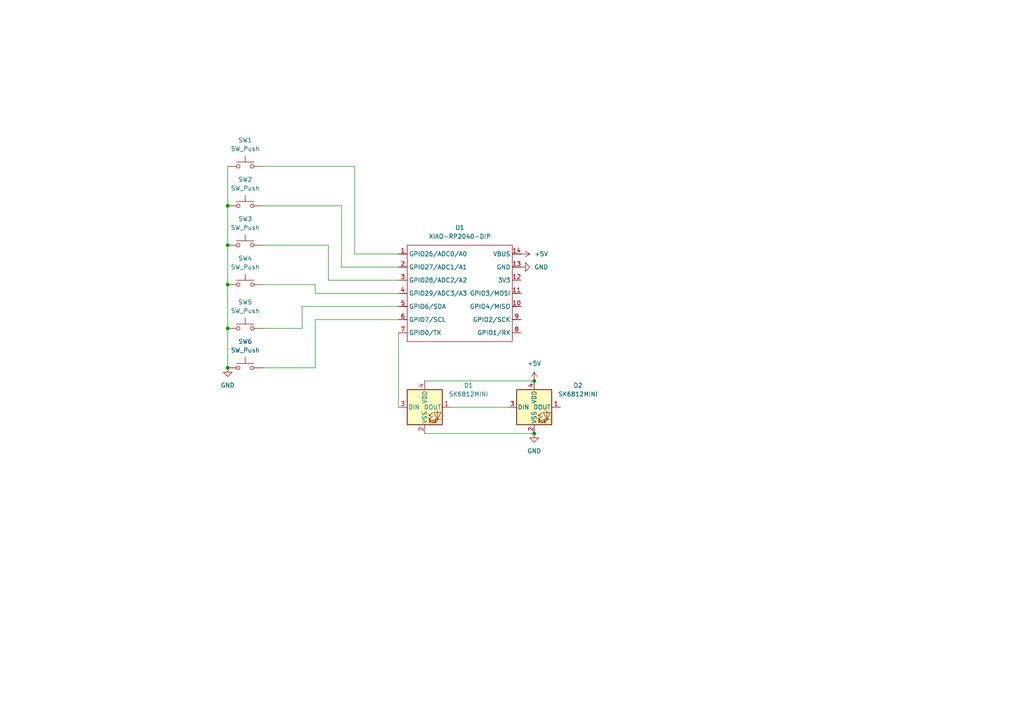
<source format=kicad_sch>
(kicad_sch
	(version 20231120)
	(generator "eeschema")
	(generator_version "8.0")
	(uuid "4bca8b49-efd3-489e-87e0-a6ea6922e821")
	(paper "A4")
	(lib_symbols
		(symbol "LED:SK6812MINI"
			(pin_names
				(offset 0.254)
			)
			(exclude_from_sim no)
			(in_bom yes)
			(on_board yes)
			(property "Reference" "D"
				(at 5.08 5.715 0)
				(effects
					(font
						(size 1.27 1.27)
					)
					(justify right bottom)
				)
			)
			(property "Value" "SK6812MINI"
				(at 1.27 -5.715 0)
				(effects
					(font
						(size 1.27 1.27)
					)
					(justify left top)
				)
			)
			(property "Footprint" "LED_SMD:LED_SK6812MINI_PLCC4_3.5x3.5mm_P1.75mm"
				(at 1.27 -7.62 0)
				(effects
					(font
						(size 1.27 1.27)
					)
					(justify left top)
					(hide yes)
				)
			)
			(property "Datasheet" "https://cdn-shop.adafruit.com/product-files/2686/SK6812MINI_REV.01-1-2.pdf"
				(at 2.54 -9.525 0)
				(effects
					(font
						(size 1.27 1.27)
					)
					(justify left top)
					(hide yes)
				)
			)
			(property "Description" "RGB LED with integrated controller"
				(at 0 0 0)
				(effects
					(font
						(size 1.27 1.27)
					)
					(hide yes)
				)
			)
			(property "ki_keywords" "RGB LED NeoPixel Mini addressable"
				(at 0 0 0)
				(effects
					(font
						(size 1.27 1.27)
					)
					(hide yes)
				)
			)
			(property "ki_fp_filters" "LED*SK6812MINI*PLCC*3.5x3.5mm*P1.75mm*"
				(at 0 0 0)
				(effects
					(font
						(size 1.27 1.27)
					)
					(hide yes)
				)
			)
			(symbol "SK6812MINI_0_0"
				(text "RGB"
					(at 2.286 -4.191 0)
					(effects
						(font
							(size 0.762 0.762)
						)
					)
				)
			)
			(symbol "SK6812MINI_0_1"
				(polyline
					(pts
						(xy 1.27 -3.556) (xy 1.778 -3.556)
					)
					(stroke
						(width 0)
						(type default)
					)
					(fill
						(type none)
					)
				)
				(polyline
					(pts
						(xy 1.27 -2.54) (xy 1.778 -2.54)
					)
					(stroke
						(width 0)
						(type default)
					)
					(fill
						(type none)
					)
				)
				(polyline
					(pts
						(xy 4.699 -3.556) (xy 2.667 -3.556)
					)
					(stroke
						(width 0)
						(type default)
					)
					(fill
						(type none)
					)
				)
				(polyline
					(pts
						(xy 2.286 -2.54) (xy 1.27 -3.556) (xy 1.27 -3.048)
					)
					(stroke
						(width 0)
						(type default)
					)
					(fill
						(type none)
					)
				)
				(polyline
					(pts
						(xy 2.286 -1.524) (xy 1.27 -2.54) (xy 1.27 -2.032)
					)
					(stroke
						(width 0)
						(type default)
					)
					(fill
						(type none)
					)
				)
				(polyline
					(pts
						(xy 3.683 -1.016) (xy 3.683 -3.556) (xy 3.683 -4.064)
					)
					(stroke
						(width 0)
						(type default)
					)
					(fill
						(type none)
					)
				)
				(polyline
					(pts
						(xy 4.699 -1.524) (xy 2.667 -1.524) (xy 3.683 -3.556) (xy 4.699 -1.524)
					)
					(stroke
						(width 0)
						(type default)
					)
					(fill
						(type none)
					)
				)
				(rectangle
					(start 5.08 5.08)
					(end -5.08 -5.08)
					(stroke
						(width 0.254)
						(type default)
					)
					(fill
						(type background)
					)
				)
			)
			(symbol "SK6812MINI_1_1"
				(pin output line
					(at 7.62 0 180)
					(length 2.54)
					(name "DOUT"
						(effects
							(font
								(size 1.27 1.27)
							)
						)
					)
					(number "1"
						(effects
							(font
								(size 1.27 1.27)
							)
						)
					)
				)
				(pin power_in line
					(at 0 -7.62 90)
					(length 2.54)
					(name "VSS"
						(effects
							(font
								(size 1.27 1.27)
							)
						)
					)
					(number "2"
						(effects
							(font
								(size 1.27 1.27)
							)
						)
					)
				)
				(pin input line
					(at -7.62 0 0)
					(length 2.54)
					(name "DIN"
						(effects
							(font
								(size 1.27 1.27)
							)
						)
					)
					(number "3"
						(effects
							(font
								(size 1.27 1.27)
							)
						)
					)
				)
				(pin power_in line
					(at 0 7.62 270)
					(length 2.54)
					(name "VDD"
						(effects
							(font
								(size 1.27 1.27)
							)
						)
					)
					(number "4"
						(effects
							(font
								(size 1.27 1.27)
							)
						)
					)
				)
			)
		)
		(symbol "OPL:XIAO-RP2040-DIP"
			(exclude_from_sim no)
			(in_bom yes)
			(on_board yes)
			(property "Reference" "U"
				(at 0 0 0)
				(effects
					(font
						(size 1.27 1.27)
					)
				)
			)
			(property "Value" "XIAO-RP2040-DIP"
				(at 5.334 -1.778 0)
				(effects
					(font
						(size 1.27 1.27)
					)
				)
			)
			(property "Footprint" "Module:MOUDLE14P-XIAO-DIP-SMD"
				(at 14.478 -32.258 0)
				(effects
					(font
						(size 1.27 1.27)
					)
					(hide yes)
				)
			)
			(property "Datasheet" ""
				(at 0 0 0)
				(effects
					(font
						(size 1.27 1.27)
					)
					(hide yes)
				)
			)
			(property "Description" ""
				(at 0 0 0)
				(effects
					(font
						(size 1.27 1.27)
					)
					(hide yes)
				)
			)
			(symbol "XIAO-RP2040-DIP_1_0"
				(polyline
					(pts
						(xy -1.27 -30.48) (xy -1.27 -16.51)
					)
					(stroke
						(width 0.1524)
						(type solid)
					)
					(fill
						(type none)
					)
				)
				(polyline
					(pts
						(xy -1.27 -27.94) (xy -2.54 -27.94)
					)
					(stroke
						(width 0.1524)
						(type solid)
					)
					(fill
						(type none)
					)
				)
				(polyline
					(pts
						(xy -1.27 -24.13) (xy -2.54 -24.13)
					)
					(stroke
						(width 0.1524)
						(type solid)
					)
					(fill
						(type none)
					)
				)
				(polyline
					(pts
						(xy -1.27 -20.32) (xy -2.54 -20.32)
					)
					(stroke
						(width 0.1524)
						(type solid)
					)
					(fill
						(type none)
					)
				)
				(polyline
					(pts
						(xy -1.27 -16.51) (xy -2.54 -16.51)
					)
					(stroke
						(width 0.1524)
						(type solid)
					)
					(fill
						(type none)
					)
				)
				(polyline
					(pts
						(xy -1.27 -16.51) (xy -1.27 -12.7)
					)
					(stroke
						(width 0.1524)
						(type solid)
					)
					(fill
						(type none)
					)
				)
				(polyline
					(pts
						(xy -1.27 -12.7) (xy -2.54 -12.7)
					)
					(stroke
						(width 0.1524)
						(type solid)
					)
					(fill
						(type none)
					)
				)
				(polyline
					(pts
						(xy -1.27 -12.7) (xy -1.27 -8.89)
					)
					(stroke
						(width 0.1524)
						(type solid)
					)
					(fill
						(type none)
					)
				)
				(polyline
					(pts
						(xy -1.27 -8.89) (xy -2.54 -8.89)
					)
					(stroke
						(width 0.1524)
						(type solid)
					)
					(fill
						(type none)
					)
				)
				(polyline
					(pts
						(xy -1.27 -8.89) (xy -1.27 -5.08)
					)
					(stroke
						(width 0.1524)
						(type solid)
					)
					(fill
						(type none)
					)
				)
				(polyline
					(pts
						(xy -1.27 -5.08) (xy -2.54 -5.08)
					)
					(stroke
						(width 0.1524)
						(type solid)
					)
					(fill
						(type none)
					)
				)
				(polyline
					(pts
						(xy -1.27 -5.08) (xy -1.27 -2.54)
					)
					(stroke
						(width 0.1524)
						(type solid)
					)
					(fill
						(type none)
					)
				)
				(polyline
					(pts
						(xy -1.27 -2.54) (xy 29.21 -2.54)
					)
					(stroke
						(width 0.1524)
						(type solid)
					)
					(fill
						(type none)
					)
				)
				(polyline
					(pts
						(xy 29.21 -30.48) (xy -1.27 -30.48)
					)
					(stroke
						(width 0.1524)
						(type solid)
					)
					(fill
						(type none)
					)
				)
				(polyline
					(pts
						(xy 29.21 -12.7) (xy 29.21 -30.48)
					)
					(stroke
						(width 0.1524)
						(type solid)
					)
					(fill
						(type none)
					)
				)
				(polyline
					(pts
						(xy 29.21 -8.89) (xy 29.21 -12.7)
					)
					(stroke
						(width 0.1524)
						(type solid)
					)
					(fill
						(type none)
					)
				)
				(polyline
					(pts
						(xy 29.21 -5.08) (xy 29.21 -8.89)
					)
					(stroke
						(width 0.1524)
						(type solid)
					)
					(fill
						(type none)
					)
				)
				(polyline
					(pts
						(xy 29.21 -2.54) (xy 29.21 -5.08)
					)
					(stroke
						(width 0.1524)
						(type solid)
					)
					(fill
						(type none)
					)
				)
				(polyline
					(pts
						(xy 30.48 -27.94) (xy 29.21 -27.94)
					)
					(stroke
						(width 0.1524)
						(type solid)
					)
					(fill
						(type none)
					)
				)
				(polyline
					(pts
						(xy 30.48 -24.13) (xy 29.21 -24.13)
					)
					(stroke
						(width 0.1524)
						(type solid)
					)
					(fill
						(type none)
					)
				)
				(polyline
					(pts
						(xy 30.48 -20.32) (xy 29.21 -20.32)
					)
					(stroke
						(width 0.1524)
						(type solid)
					)
					(fill
						(type none)
					)
				)
				(polyline
					(pts
						(xy 30.48 -16.51) (xy 29.21 -16.51)
					)
					(stroke
						(width 0.1524)
						(type solid)
					)
					(fill
						(type none)
					)
				)
				(polyline
					(pts
						(xy 30.48 -12.7) (xy 29.21 -12.7)
					)
					(stroke
						(width 0.1524)
						(type solid)
					)
					(fill
						(type none)
					)
				)
				(polyline
					(pts
						(xy 30.48 -8.89) (xy 29.21 -8.89)
					)
					(stroke
						(width 0.1524)
						(type solid)
					)
					(fill
						(type none)
					)
				)
				(polyline
					(pts
						(xy 30.48 -5.08) (xy 29.21 -5.08)
					)
					(stroke
						(width 0.1524)
						(type solid)
					)
					(fill
						(type none)
					)
				)
				(pin passive line
					(at -3.81 -5.08 0)
					(length 2.54)
					(name "GPIO26/ADC0/A0"
						(effects
							(font
								(size 1.27 1.27)
							)
						)
					)
					(number "1"
						(effects
							(font
								(size 1.27 1.27)
							)
						)
					)
				)
				(pin passive line
					(at 31.75 -20.32 180)
					(length 2.54)
					(name "GPIO4/MISO"
						(effects
							(font
								(size 1.27 1.27)
							)
						)
					)
					(number "10"
						(effects
							(font
								(size 1.27 1.27)
							)
						)
					)
				)
				(pin passive line
					(at 31.75 -16.51 180)
					(length 2.54)
					(name "GPIO3/MOSI"
						(effects
							(font
								(size 1.27 1.27)
							)
						)
					)
					(number "11"
						(effects
							(font
								(size 1.27 1.27)
							)
						)
					)
				)
				(pin passive line
					(at 31.75 -12.7 180)
					(length 2.54)
					(name "3V3"
						(effects
							(font
								(size 1.27 1.27)
							)
						)
					)
					(number "12"
						(effects
							(font
								(size 1.27 1.27)
							)
						)
					)
				)
				(pin passive line
					(at 31.75 -8.89 180)
					(length 2.54)
					(name "GND"
						(effects
							(font
								(size 1.27 1.27)
							)
						)
					)
					(number "13"
						(effects
							(font
								(size 1.27 1.27)
							)
						)
					)
				)
				(pin passive line
					(at 31.75 -5.08 180)
					(length 2.54)
					(name "VBUS"
						(effects
							(font
								(size 1.27 1.27)
							)
						)
					)
					(number "14"
						(effects
							(font
								(size 1.27 1.27)
							)
						)
					)
				)
				(pin passive line
					(at -3.81 -8.89 0)
					(length 2.54)
					(name "GPIO27/ADC1/A1"
						(effects
							(font
								(size 1.27 1.27)
							)
						)
					)
					(number "2"
						(effects
							(font
								(size 1.27 1.27)
							)
						)
					)
				)
				(pin passive line
					(at -3.81 -12.7 0)
					(length 2.54)
					(name "GPIO28/ADC2/A2"
						(effects
							(font
								(size 1.27 1.27)
							)
						)
					)
					(number "3"
						(effects
							(font
								(size 1.27 1.27)
							)
						)
					)
				)
				(pin passive line
					(at -3.81 -16.51 0)
					(length 2.54)
					(name "GPIO29/ADC3/A3"
						(effects
							(font
								(size 1.27 1.27)
							)
						)
					)
					(number "4"
						(effects
							(font
								(size 1.27 1.27)
							)
						)
					)
				)
				(pin passive line
					(at -3.81 -20.32 0)
					(length 2.54)
					(name "GPIO6/SDA"
						(effects
							(font
								(size 1.27 1.27)
							)
						)
					)
					(number "5"
						(effects
							(font
								(size 1.27 1.27)
							)
						)
					)
				)
				(pin passive line
					(at -3.81 -24.13 0)
					(length 2.54)
					(name "GPIO7/SCL"
						(effects
							(font
								(size 1.27 1.27)
							)
						)
					)
					(number "6"
						(effects
							(font
								(size 1.27 1.27)
							)
						)
					)
				)
				(pin passive line
					(at -3.81 -27.94 0)
					(length 2.54)
					(name "GPIO0/TX"
						(effects
							(font
								(size 1.27 1.27)
							)
						)
					)
					(number "7"
						(effects
							(font
								(size 1.27 1.27)
							)
						)
					)
				)
				(pin passive line
					(at 31.75 -27.94 180)
					(length 2.54)
					(name "GPIO1/RX"
						(effects
							(font
								(size 1.27 1.27)
							)
						)
					)
					(number "8"
						(effects
							(font
								(size 1.27 1.27)
							)
						)
					)
				)
				(pin passive line
					(at 31.75 -24.13 180)
					(length 2.54)
					(name "GPIO2/SCK"
						(effects
							(font
								(size 1.27 1.27)
							)
						)
					)
					(number "9"
						(effects
							(font
								(size 1.27 1.27)
							)
						)
					)
				)
			)
		)
		(symbol "Switch:SW_Push"
			(pin_numbers hide)
			(pin_names
				(offset 1.016) hide)
			(exclude_from_sim no)
			(in_bom yes)
			(on_board yes)
			(property "Reference" "SW"
				(at 1.27 2.54 0)
				(effects
					(font
						(size 1.27 1.27)
					)
					(justify left)
				)
			)
			(property "Value" "SW_Push"
				(at 0 -1.524 0)
				(effects
					(font
						(size 1.27 1.27)
					)
				)
			)
			(property "Footprint" ""
				(at 0 5.08 0)
				(effects
					(font
						(size 1.27 1.27)
					)
					(hide yes)
				)
			)
			(property "Datasheet" "~"
				(at 0 5.08 0)
				(effects
					(font
						(size 1.27 1.27)
					)
					(hide yes)
				)
			)
			(property "Description" "Push button switch, generic, two pins"
				(at 0 0 0)
				(effects
					(font
						(size 1.27 1.27)
					)
					(hide yes)
				)
			)
			(property "ki_keywords" "switch normally-open pushbutton push-button"
				(at 0 0 0)
				(effects
					(font
						(size 1.27 1.27)
					)
					(hide yes)
				)
			)
			(symbol "SW_Push_0_1"
				(circle
					(center -2.032 0)
					(radius 0.508)
					(stroke
						(width 0)
						(type default)
					)
					(fill
						(type none)
					)
				)
				(polyline
					(pts
						(xy 0 1.27) (xy 0 3.048)
					)
					(stroke
						(width 0)
						(type default)
					)
					(fill
						(type none)
					)
				)
				(polyline
					(pts
						(xy 2.54 1.27) (xy -2.54 1.27)
					)
					(stroke
						(width 0)
						(type default)
					)
					(fill
						(type none)
					)
				)
				(circle
					(center 2.032 0)
					(radius 0.508)
					(stroke
						(width 0)
						(type default)
					)
					(fill
						(type none)
					)
				)
				(pin passive line
					(at -5.08 0 0)
					(length 2.54)
					(name "1"
						(effects
							(font
								(size 1.27 1.27)
							)
						)
					)
					(number "1"
						(effects
							(font
								(size 1.27 1.27)
							)
						)
					)
				)
				(pin passive line
					(at 5.08 0 180)
					(length 2.54)
					(name "2"
						(effects
							(font
								(size 1.27 1.27)
							)
						)
					)
					(number "2"
						(effects
							(font
								(size 1.27 1.27)
							)
						)
					)
				)
			)
		)
		(symbol "power:+5V"
			(power)
			(pin_numbers hide)
			(pin_names
				(offset 0) hide)
			(exclude_from_sim no)
			(in_bom yes)
			(on_board yes)
			(property "Reference" "#PWR"
				(at 0 -3.81 0)
				(effects
					(font
						(size 1.27 1.27)
					)
					(hide yes)
				)
			)
			(property "Value" "+5V"
				(at 0 3.556 0)
				(effects
					(font
						(size 1.27 1.27)
					)
				)
			)
			(property "Footprint" ""
				(at 0 0 0)
				(effects
					(font
						(size 1.27 1.27)
					)
					(hide yes)
				)
			)
			(property "Datasheet" ""
				(at 0 0 0)
				(effects
					(font
						(size 1.27 1.27)
					)
					(hide yes)
				)
			)
			(property "Description" "Power symbol creates a global label with name \"+5V\""
				(at 0 0 0)
				(effects
					(font
						(size 1.27 1.27)
					)
					(hide yes)
				)
			)
			(property "ki_keywords" "global power"
				(at 0 0 0)
				(effects
					(font
						(size 1.27 1.27)
					)
					(hide yes)
				)
			)
			(symbol "+5V_0_1"
				(polyline
					(pts
						(xy -0.762 1.27) (xy 0 2.54)
					)
					(stroke
						(width 0)
						(type default)
					)
					(fill
						(type none)
					)
				)
				(polyline
					(pts
						(xy 0 0) (xy 0 2.54)
					)
					(stroke
						(width 0)
						(type default)
					)
					(fill
						(type none)
					)
				)
				(polyline
					(pts
						(xy 0 2.54) (xy 0.762 1.27)
					)
					(stroke
						(width 0)
						(type default)
					)
					(fill
						(type none)
					)
				)
			)
			(symbol "+5V_1_1"
				(pin power_in line
					(at 0 0 90)
					(length 0)
					(name "~"
						(effects
							(font
								(size 1.27 1.27)
							)
						)
					)
					(number "1"
						(effects
							(font
								(size 1.27 1.27)
							)
						)
					)
				)
			)
		)
		(symbol "power:GND"
			(power)
			(pin_numbers hide)
			(pin_names
				(offset 0) hide)
			(exclude_from_sim no)
			(in_bom yes)
			(on_board yes)
			(property "Reference" "#PWR"
				(at 0 -6.35 0)
				(effects
					(font
						(size 1.27 1.27)
					)
					(hide yes)
				)
			)
			(property "Value" "GND"
				(at 0 -3.81 0)
				(effects
					(font
						(size 1.27 1.27)
					)
				)
			)
			(property "Footprint" ""
				(at 0 0 0)
				(effects
					(font
						(size 1.27 1.27)
					)
					(hide yes)
				)
			)
			(property "Datasheet" ""
				(at 0 0 0)
				(effects
					(font
						(size 1.27 1.27)
					)
					(hide yes)
				)
			)
			(property "Description" "Power symbol creates a global label with name \"GND\" , ground"
				(at 0 0 0)
				(effects
					(font
						(size 1.27 1.27)
					)
					(hide yes)
				)
			)
			(property "ki_keywords" "global power"
				(at 0 0 0)
				(effects
					(font
						(size 1.27 1.27)
					)
					(hide yes)
				)
			)
			(symbol "GND_0_1"
				(polyline
					(pts
						(xy 0 0) (xy 0 -1.27) (xy 1.27 -1.27) (xy 0 -2.54) (xy -1.27 -1.27) (xy 0 -1.27)
					)
					(stroke
						(width 0)
						(type default)
					)
					(fill
						(type none)
					)
				)
			)
			(symbol "GND_1_1"
				(pin power_in line
					(at 0 0 270)
					(length 0)
					(name "~"
						(effects
							(font
								(size 1.27 1.27)
							)
						)
					)
					(number "1"
						(effects
							(font
								(size 1.27 1.27)
							)
						)
					)
				)
			)
		)
	)
	(junction
		(at 154.94 125.73)
		(diameter 0)
		(color 0 0 0 0)
		(uuid "13ed0f0e-35db-492a-8ec7-078d166dfacf")
	)
	(junction
		(at 66.04 95.25)
		(diameter 0)
		(color 0 0 0 0)
		(uuid "73c5348e-5a2d-4396-a6a3-cf4bc81f5682")
	)
	(junction
		(at 154.94 110.49)
		(diameter 0)
		(color 0 0 0 0)
		(uuid "836ed2d9-bd96-4faa-bcad-d823c76c5ba2")
	)
	(junction
		(at 66.04 82.55)
		(diameter 0)
		(color 0 0 0 0)
		(uuid "890ca7fc-c546-42cd-ae07-3d19e8155e72")
	)
	(junction
		(at 66.04 106.68)
		(diameter 0)
		(color 0 0 0 0)
		(uuid "9dfcb5ed-21c5-4f3f-ac78-2cbab418b1fb")
	)
	(junction
		(at 66.04 71.12)
		(diameter 0)
		(color 0 0 0 0)
		(uuid "a532976a-18ed-4d06-8f0b-c098a96de6fb")
	)
	(junction
		(at 66.04 59.69)
		(diameter 0)
		(color 0 0 0 0)
		(uuid "cf57ed00-22a0-42f8-b46c-427aba99d64b")
	)
	(wire
		(pts
			(xy 95.25 81.28) (xy 115.57 81.28)
		)
		(stroke
			(width 0)
			(type default)
		)
		(uuid "07e8b0ce-1ef6-4745-8bdb-9b09de4fa510")
	)
	(wire
		(pts
			(xy 91.44 82.55) (xy 91.44 85.09)
		)
		(stroke
			(width 0)
			(type default)
		)
		(uuid "09d5e9c8-b1c2-4499-bfc6-6245f1f25305")
	)
	(wire
		(pts
			(xy 66.04 48.26) (xy 66.04 59.69)
		)
		(stroke
			(width 0)
			(type default)
		)
		(uuid "1f1d3b94-18c8-4fdb-88bf-fd1bb2abd584")
	)
	(wire
		(pts
			(xy 76.2 95.25) (xy 87.63 95.25)
		)
		(stroke
			(width 0)
			(type default)
		)
		(uuid "1f259745-86b1-4c43-b052-61a6f542553c")
	)
	(wire
		(pts
			(xy 91.44 85.09) (xy 115.57 85.09)
		)
		(stroke
			(width 0)
			(type default)
		)
		(uuid "2d890981-adff-42cf-a688-2877d895ad4e")
	)
	(wire
		(pts
			(xy 102.87 48.26) (xy 102.87 73.66)
		)
		(stroke
			(width 0)
			(type default)
		)
		(uuid "3372e85e-ab06-48d5-a48a-cda4bc371ed8")
	)
	(wire
		(pts
			(xy 130.81 118.11) (xy 147.32 118.11)
		)
		(stroke
			(width 0)
			(type default)
		)
		(uuid "47a4ad83-4ac8-476c-bc77-a5d4a66020fa")
	)
	(wire
		(pts
			(xy 123.19 110.49) (xy 154.94 110.49)
		)
		(stroke
			(width 0)
			(type default)
		)
		(uuid "50a2ea87-8dee-4e4f-a665-dad90a5dccd2")
	)
	(wire
		(pts
			(xy 76.2 48.26) (xy 102.87 48.26)
		)
		(stroke
			(width 0)
			(type default)
		)
		(uuid "51c051ea-36fe-4f17-9276-e77be47cc536")
	)
	(wire
		(pts
			(xy 99.06 59.69) (xy 99.06 77.47)
		)
		(stroke
			(width 0)
			(type default)
		)
		(uuid "5c238642-e201-4a12-b93b-07689c2932ae")
	)
	(wire
		(pts
			(xy 123.19 125.73) (xy 154.94 125.73)
		)
		(stroke
			(width 0)
			(type default)
		)
		(uuid "69b49b0d-6636-44e6-bd3f-dd4b37816e1f")
	)
	(wire
		(pts
			(xy 76.2 106.68) (xy 91.44 106.68)
		)
		(stroke
			(width 0)
			(type default)
		)
		(uuid "8c04d5ff-cd9f-448b-bc5d-8da945d8df36")
	)
	(wire
		(pts
			(xy 76.2 82.55) (xy 91.44 82.55)
		)
		(stroke
			(width 0)
			(type default)
		)
		(uuid "8c8f2fb8-a797-49ff-89e1-f375dda957b8")
	)
	(wire
		(pts
			(xy 91.44 106.68) (xy 91.44 92.71)
		)
		(stroke
			(width 0)
			(type default)
		)
		(uuid "8f5a2221-dc2d-4011-bbbf-17b6fedf7038")
	)
	(wire
		(pts
			(xy 87.63 95.25) (xy 87.63 88.9)
		)
		(stroke
			(width 0)
			(type default)
		)
		(uuid "941bb344-c834-49f5-b743-26f1be44f4bd")
	)
	(wire
		(pts
			(xy 66.04 95.25) (xy 66.04 106.68)
		)
		(stroke
			(width 0)
			(type default)
		)
		(uuid "a8da0c36-5fab-4ed7-8b86-934799656657")
	)
	(wire
		(pts
			(xy 76.2 59.69) (xy 99.06 59.69)
		)
		(stroke
			(width 0)
			(type default)
		)
		(uuid "b0495f8b-1841-476e-8610-4ad3ec493bb5")
	)
	(wire
		(pts
			(xy 66.04 82.55) (xy 66.04 95.25)
		)
		(stroke
			(width 0)
			(type default)
		)
		(uuid "ba59aaab-fcd2-4c55-a8f3-866336de330c")
	)
	(wire
		(pts
			(xy 95.25 71.12) (xy 95.25 81.28)
		)
		(stroke
			(width 0)
			(type default)
		)
		(uuid "d63df725-4c4d-4730-aec9-2016f531f0af")
	)
	(wire
		(pts
			(xy 102.87 73.66) (xy 115.57 73.66)
		)
		(stroke
			(width 0)
			(type default)
		)
		(uuid "d804bc46-3f44-4dc7-84a4-79ae4ab98dcd")
	)
	(wire
		(pts
			(xy 87.63 88.9) (xy 115.57 88.9)
		)
		(stroke
			(width 0)
			(type default)
		)
		(uuid "df61c192-2a53-4789-acbe-85aaeaefc52c")
	)
	(wire
		(pts
			(xy 91.44 92.71) (xy 115.57 92.71)
		)
		(stroke
			(width 0)
			(type default)
		)
		(uuid "e0ccde49-9eb0-45cf-b6ec-e6a978239816")
	)
	(wire
		(pts
			(xy 99.06 77.47) (xy 115.57 77.47)
		)
		(stroke
			(width 0)
			(type default)
		)
		(uuid "e3071240-4bdd-42d7-8a8d-6a4081baefa2")
	)
	(wire
		(pts
			(xy 66.04 59.69) (xy 66.04 71.12)
		)
		(stroke
			(width 0)
			(type default)
		)
		(uuid "e47cc630-96f1-46e0-b87c-376b8ee258c8")
	)
	(wire
		(pts
			(xy 66.04 71.12) (xy 66.04 82.55)
		)
		(stroke
			(width 0)
			(type default)
		)
		(uuid "e517fe2c-608f-4851-8167-856d9409ac58")
	)
	(wire
		(pts
			(xy 115.57 96.52) (xy 115.57 118.11)
		)
		(stroke
			(width 0)
			(type default)
		)
		(uuid "e5b408b2-5325-4ae8-bde6-56fe9716015f")
	)
	(wire
		(pts
			(xy 76.2 71.12) (xy 95.25 71.12)
		)
		(stroke
			(width 0)
			(type default)
		)
		(uuid "eea88627-1526-4178-bf85-867bb433e2b3")
	)
	(symbol
		(lib_id "Switch:SW_Push")
		(at 71.12 59.69 0)
		(unit 1)
		(exclude_from_sim no)
		(in_bom yes)
		(on_board yes)
		(dnp no)
		(fields_autoplaced yes)
		(uuid "0336d619-fc3d-4b19-8d4b-c5bd213a8387")
		(property "Reference" "SW2"
			(at 71.12 52.07 0)
			(effects
				(font
					(size 1.27 1.27)
				)
			)
		)
		(property "Value" "SW_Push"
			(at 71.12 54.61 0)
			(effects
				(font
					(size 1.27 1.27)
				)
			)
		)
		(property "Footprint" "Button_Switch_Keyboard:SW_Cherry_MX_1.00u_PCB"
			(at 71.12 54.61 0)
			(effects
				(font
					(size 1.27 1.27)
				)
				(hide yes)
			)
		)
		(property "Datasheet" "~"
			(at 71.12 54.61 0)
			(effects
				(font
					(size 1.27 1.27)
				)
				(hide yes)
			)
		)
		(property "Description" "Push button switch, generic, two pins"
			(at 71.12 59.69 0)
			(effects
				(font
					(size 1.27 1.27)
				)
				(hide yes)
			)
		)
		(pin "2"
			(uuid "7a4d86aa-604a-4f13-a94c-f2c336be94ad")
		)
		(pin "1"
			(uuid "e9f3d8ed-4220-4eab-b272-47c72b21dff9")
		)
		(instances
			(project ""
				(path "/4bca8b49-efd3-489e-87e0-a6ea6922e821"
					(reference "SW2")
					(unit 1)
				)
			)
		)
	)
	(symbol
		(lib_id "Switch:SW_Push")
		(at 71.12 95.25 0)
		(unit 1)
		(exclude_from_sim no)
		(in_bom yes)
		(on_board yes)
		(dnp no)
		(fields_autoplaced yes)
		(uuid "0919e261-152f-4fb5-9a46-870c70873f84")
		(property "Reference" "SW5"
			(at 71.12 87.63 0)
			(effects
				(font
					(size 1.27 1.27)
				)
			)
		)
		(property "Value" "SW_Push"
			(at 71.12 90.17 0)
			(effects
				(font
					(size 1.27 1.27)
				)
			)
		)
		(property "Footprint" "Button_Switch_Keyboard:SW_Cherry_MX_1.00u_PCB"
			(at 71.12 90.17 0)
			(effects
				(font
					(size 1.27 1.27)
				)
				(hide yes)
			)
		)
		(property "Datasheet" "~"
			(at 71.12 90.17 0)
			(effects
				(font
					(size 1.27 1.27)
				)
				(hide yes)
			)
		)
		(property "Description" "Push button switch, generic, two pins"
			(at 71.12 95.25 0)
			(effects
				(font
					(size 1.27 1.27)
				)
				(hide yes)
			)
		)
		(pin "1"
			(uuid "f5fcb422-e9ab-43b7-aa25-139daae6163b")
		)
		(pin "2"
			(uuid "ad3a8706-176f-4871-9b9d-d9b581423d14")
		)
		(instances
			(project ""
				(path "/4bca8b49-efd3-489e-87e0-a6ea6922e821"
					(reference "SW5")
					(unit 1)
				)
			)
		)
	)
	(symbol
		(lib_id "LED:SK6812MINI")
		(at 154.94 118.11 0)
		(unit 1)
		(exclude_from_sim no)
		(in_bom yes)
		(on_board yes)
		(dnp no)
		(fields_autoplaced yes)
		(uuid "10327c5d-0ecc-448c-bdc4-ba9545f4c909")
		(property "Reference" "D2"
			(at 167.64 111.7914 0)
			(effects
				(font
					(size 1.27 1.27)
				)
			)
		)
		(property "Value" "SK6812MINI"
			(at 167.64 114.3314 0)
			(effects
				(font
					(size 1.27 1.27)
				)
			)
		)
		(property "Footprint" "LED_SMD:LED_SK6812MINI_PLCC4_3.5x3.5mm_P1.75mm"
			(at 156.21 125.73 0)
			(effects
				(font
					(size 1.27 1.27)
				)
				(justify left top)
				(hide yes)
			)
		)
		(property "Datasheet" "https://cdn-shop.adafruit.com/product-files/2686/SK6812MINI_REV.01-1-2.pdf"
			(at 157.48 127.635 0)
			(effects
				(font
					(size 1.27 1.27)
				)
				(justify left top)
				(hide yes)
			)
		)
		(property "Description" "RGB LED with integrated controller"
			(at 154.94 118.11 0)
			(effects
				(font
					(size 1.27 1.27)
				)
				(hide yes)
			)
		)
		(pin "1"
			(uuid "b6a0335c-b67a-4fc4-ab43-809805aebfd8")
		)
		(pin "3"
			(uuid "5ed0b461-0109-4056-bbc0-c5c07aac686b")
		)
		(pin "4"
			(uuid "5df2f75d-60f0-44dc-8cb1-17bbd075907e")
		)
		(pin "2"
			(uuid "5f36c102-0955-4bf9-8f53-cf03d1817fe1")
		)
		(instances
			(project ""
				(path "/4bca8b49-efd3-489e-87e0-a6ea6922e821"
					(reference "D2")
					(unit 1)
				)
			)
		)
	)
	(symbol
		(lib_id "power:+5V")
		(at 151.13 73.66 270)
		(unit 1)
		(exclude_from_sim no)
		(in_bom yes)
		(on_board yes)
		(dnp no)
		(fields_autoplaced yes)
		(uuid "1f8af196-f8db-4256-9286-1314a4a3fa68")
		(property "Reference" "#PWR04"
			(at 147.32 73.66 0)
			(effects
				(font
					(size 1.27 1.27)
				)
				(hide yes)
			)
		)
		(property "Value" "+5V"
			(at 154.94 73.6599 90)
			(effects
				(font
					(size 1.27 1.27)
				)
				(justify left)
			)
		)
		(property "Footprint" ""
			(at 151.13 73.66 0)
			(effects
				(font
					(size 1.27 1.27)
				)
				(hide yes)
			)
		)
		(property "Datasheet" ""
			(at 151.13 73.66 0)
			(effects
				(font
					(size 1.27 1.27)
				)
				(hide yes)
			)
		)
		(property "Description" "Power symbol creates a global label with name \"+5V\""
			(at 151.13 73.66 0)
			(effects
				(font
					(size 1.27 1.27)
				)
				(hide yes)
			)
		)
		(pin "1"
			(uuid "e380da4c-2840-4adb-a67a-e4a2b92bbff4")
		)
		(instances
			(project ""
				(path "/4bca8b49-efd3-489e-87e0-a6ea6922e821"
					(reference "#PWR04")
					(unit 1)
				)
			)
		)
	)
	(symbol
		(lib_id "Switch:SW_Push")
		(at 71.12 71.12 0)
		(unit 1)
		(exclude_from_sim no)
		(in_bom yes)
		(on_board yes)
		(dnp no)
		(fields_autoplaced yes)
		(uuid "278824ac-88df-44dd-b156-9ad18d17294a")
		(property "Reference" "SW3"
			(at 71.12 63.5 0)
			(effects
				(font
					(size 1.27 1.27)
				)
			)
		)
		(property "Value" "SW_Push"
			(at 71.12 66.04 0)
			(effects
				(font
					(size 1.27 1.27)
				)
			)
		)
		(property "Footprint" "Button_Switch_Keyboard:SW_Cherry_MX_1.00u_PCB"
			(at 71.12 66.04 0)
			(effects
				(font
					(size 1.27 1.27)
				)
				(hide yes)
			)
		)
		(property "Datasheet" "~"
			(at 71.12 66.04 0)
			(effects
				(font
					(size 1.27 1.27)
				)
				(hide yes)
			)
		)
		(property "Description" "Push button switch, generic, two pins"
			(at 71.12 71.12 0)
			(effects
				(font
					(size 1.27 1.27)
				)
				(hide yes)
			)
		)
		(pin "2"
			(uuid "5287a9c6-5310-4071-954c-791094170cdd")
		)
		(pin "1"
			(uuid "62f2c989-9c34-4f7a-9933-6e3686979608")
		)
		(instances
			(project ""
				(path "/4bca8b49-efd3-489e-87e0-a6ea6922e821"
					(reference "SW3")
					(unit 1)
				)
			)
		)
	)
	(symbol
		(lib_id "power:GND")
		(at 151.13 77.47 90)
		(unit 1)
		(exclude_from_sim no)
		(in_bom yes)
		(on_board yes)
		(dnp no)
		(fields_autoplaced yes)
		(uuid "518ed4eb-c252-4f3e-9bd6-586ad26eb801")
		(property "Reference" "#PWR03"
			(at 157.48 77.47 0)
			(effects
				(font
					(size 1.27 1.27)
				)
				(hide yes)
			)
		)
		(property "Value" "GND"
			(at 154.94 77.4699 90)
			(effects
				(font
					(size 1.27 1.27)
				)
				(justify right)
			)
		)
		(property "Footprint" ""
			(at 151.13 77.47 0)
			(effects
				(font
					(size 1.27 1.27)
				)
				(hide yes)
			)
		)
		(property "Datasheet" ""
			(at 151.13 77.47 0)
			(effects
				(font
					(size 1.27 1.27)
				)
				(hide yes)
			)
		)
		(property "Description" "Power symbol creates a global label with name \"GND\" , ground"
			(at 151.13 77.47 0)
			(effects
				(font
					(size 1.27 1.27)
				)
				(hide yes)
			)
		)
		(pin "1"
			(uuid "e7bea95e-9293-4658-bc2e-dcebc767adb6")
		)
		(instances
			(project ""
				(path "/4bca8b49-efd3-489e-87e0-a6ea6922e821"
					(reference "#PWR03")
					(unit 1)
				)
			)
		)
	)
	(symbol
		(lib_id "Switch:SW_Push")
		(at 71.12 48.26 0)
		(unit 1)
		(exclude_from_sim no)
		(in_bom yes)
		(on_board yes)
		(dnp no)
		(fields_autoplaced yes)
		(uuid "72875db3-c215-4ecc-affb-de94c4e10b3a")
		(property "Reference" "SW1"
			(at 71.12 40.64 0)
			(effects
				(font
					(size 1.27 1.27)
				)
			)
		)
		(property "Value" "SW_Push"
			(at 71.12 43.18 0)
			(effects
				(font
					(size 1.27 1.27)
				)
			)
		)
		(property "Footprint" "Button_Switch_Keyboard:SW_Cherry_MX_1.00u_PCB"
			(at 71.12 43.18 0)
			(effects
				(font
					(size 1.27 1.27)
				)
				(hide yes)
			)
		)
		(property "Datasheet" "~"
			(at 71.12 43.18 0)
			(effects
				(font
					(size 1.27 1.27)
				)
				(hide yes)
			)
		)
		(property "Description" "Push button switch, generic, two pins"
			(at 71.12 48.26 0)
			(effects
				(font
					(size 1.27 1.27)
				)
				(hide yes)
			)
		)
		(pin "1"
			(uuid "f39a79ec-3784-458b-a81c-dc97145cf767")
		)
		(pin "2"
			(uuid "b90c97d1-856c-4e02-869f-fecfa29effaa")
		)
		(instances
			(project ""
				(path "/4bca8b49-efd3-489e-87e0-a6ea6922e821"
					(reference "SW1")
					(unit 1)
				)
			)
		)
	)
	(symbol
		(lib_id "LED:SK6812MINI")
		(at 123.19 118.11 0)
		(unit 1)
		(exclude_from_sim no)
		(in_bom yes)
		(on_board yes)
		(dnp no)
		(fields_autoplaced yes)
		(uuid "8b08eaff-1b7e-40a5-845c-67e569600bdc")
		(property "Reference" "D1"
			(at 135.89 111.7914 0)
			(effects
				(font
					(size 1.27 1.27)
				)
			)
		)
		(property "Value" "SK6812MINI"
			(at 135.89 114.3314 0)
			(effects
				(font
					(size 1.27 1.27)
				)
			)
		)
		(property "Footprint" "LED_SMD:LED_SK6812MINI_PLCC4_3.5x3.5mm_P1.75mm"
			(at 124.46 125.73 0)
			(effects
				(font
					(size 1.27 1.27)
				)
				(justify left top)
				(hide yes)
			)
		)
		(property "Datasheet" "https://cdn-shop.adafruit.com/product-files/2686/SK6812MINI_REV.01-1-2.pdf"
			(at 125.73 127.635 0)
			(effects
				(font
					(size 1.27 1.27)
				)
				(justify left top)
				(hide yes)
			)
		)
		(property "Description" "RGB LED with integrated controller"
			(at 123.19 118.11 0)
			(effects
				(font
					(size 1.27 1.27)
				)
				(hide yes)
			)
		)
		(pin "1"
			(uuid "ee0a4d76-6bd9-4d48-b265-3123533d4ba2")
		)
		(pin "2"
			(uuid "8dfecffa-d370-45f5-9401-c630bec16789")
		)
		(pin "3"
			(uuid "ddbb2478-5adc-47bc-9063-e31a84abd7e9")
		)
		(pin "4"
			(uuid "f880ad9b-d6fb-4161-8100-fb2da851e06e")
		)
		(instances
			(project ""
				(path "/4bca8b49-efd3-489e-87e0-a6ea6922e821"
					(reference "D1")
					(unit 1)
				)
			)
		)
	)
	(symbol
		(lib_id "OPL:XIAO-RP2040-DIP")
		(at 119.38 68.58 0)
		(unit 1)
		(exclude_from_sim no)
		(in_bom yes)
		(on_board yes)
		(dnp no)
		(fields_autoplaced yes)
		(uuid "b50d983b-e9e3-4e56-9a28-ca9bbb2ce6b5")
		(property "Reference" "U1"
			(at 133.35 66.04 0)
			(effects
				(font
					(size 1.27 1.27)
				)
			)
		)
		(property "Value" "XIAO-RP2040-DIP"
			(at 133.35 68.58 0)
			(effects
				(font
					(size 1.27 1.27)
				)
			)
		)
		(property "Footprint" "OPL:XIAO-RP2040-DIP"
			(at 133.858 100.838 0)
			(effects
				(font
					(size 1.27 1.27)
				)
				(hide yes)
			)
		)
		(property "Datasheet" ""
			(at 119.38 68.58 0)
			(effects
				(font
					(size 1.27 1.27)
				)
				(hide yes)
			)
		)
		(property "Description" ""
			(at 119.38 68.58 0)
			(effects
				(font
					(size 1.27 1.27)
				)
				(hide yes)
			)
		)
		(pin "2"
			(uuid "0d41640c-ea04-4bc3-9a43-d27a85466ab1")
		)
		(pin "10"
			(uuid "158c5969-dd1d-42b4-8293-e2346e13f2e2")
		)
		(pin "11"
			(uuid "087e38a5-b204-41e0-82d1-8738a427ee1b")
		)
		(pin "12"
			(uuid "723b54cb-62e1-4495-a91f-cb6b216aef01")
		)
		(pin "14"
			(uuid "b7db6172-9d49-4978-b31f-0cea608c82ea")
		)
		(pin "1"
			(uuid "31f33203-84e6-4140-b3ad-b711ab050437")
		)
		(pin "13"
			(uuid "2686194a-4bc9-4408-b66c-397b72de71f9")
		)
		(pin "3"
			(uuid "a30da422-4059-432e-aa52-47fa6ae93347")
		)
		(pin "5"
			(uuid "298c9d48-609e-49de-94e9-b0291982e03d")
		)
		(pin "6"
			(uuid "31c641b7-01ce-4407-8f6b-1572447dbaa0")
		)
		(pin "7"
			(uuid "476bbd25-d990-4315-82aa-28322a2330ba")
		)
		(pin "8"
			(uuid "67f18118-67d5-480e-b781-9ace094edb4e")
		)
		(pin "4"
			(uuid "ed3ddba4-546d-489b-b5ee-df49111876fd")
		)
		(pin "9"
			(uuid "4c7bcb82-9d7a-4db2-9632-94a4c19a7f6d")
		)
		(instances
			(project ""
				(path "/4bca8b49-efd3-489e-87e0-a6ea6922e821"
					(reference "U1")
					(unit 1)
				)
			)
		)
	)
	(symbol
		(lib_id "power:+5V")
		(at 154.94 110.49 0)
		(unit 1)
		(exclude_from_sim no)
		(in_bom yes)
		(on_board yes)
		(dnp no)
		(fields_autoplaced yes)
		(uuid "d3b12729-5447-4dea-9a6b-78284b2f2160")
		(property "Reference" "#PWR05"
			(at 154.94 114.3 0)
			(effects
				(font
					(size 1.27 1.27)
				)
				(hide yes)
			)
		)
		(property "Value" "+5V"
			(at 154.94 105.41 0)
			(effects
				(font
					(size 1.27 1.27)
				)
			)
		)
		(property "Footprint" ""
			(at 154.94 110.49 0)
			(effects
				(font
					(size 1.27 1.27)
				)
				(hide yes)
			)
		)
		(property "Datasheet" ""
			(at 154.94 110.49 0)
			(effects
				(font
					(size 1.27 1.27)
				)
				(hide yes)
			)
		)
		(property "Description" "Power symbol creates a global label with name \"+5V\""
			(at 154.94 110.49 0)
			(effects
				(font
					(size 1.27 1.27)
				)
				(hide yes)
			)
		)
		(pin "1"
			(uuid "a2ccb186-acc2-4053-b855-188fca2bfe8d")
		)
		(instances
			(project ""
				(path "/4bca8b49-efd3-489e-87e0-a6ea6922e821"
					(reference "#PWR05")
					(unit 1)
				)
			)
		)
	)
	(symbol
		(lib_id "Switch:SW_Push")
		(at 71.12 106.68 0)
		(unit 1)
		(exclude_from_sim no)
		(in_bom yes)
		(on_board yes)
		(dnp no)
		(fields_autoplaced yes)
		(uuid "da6beeec-d3be-4349-9f11-0f79c81444dc")
		(property "Reference" "SW6"
			(at 71.12 99.06 0)
			(effects
				(font
					(size 1.27 1.27)
				)
			)
		)
		(property "Value" "SW_Push"
			(at 71.12 101.6 0)
			(effects
				(font
					(size 1.27 1.27)
				)
			)
		)
		(property "Footprint" "Button_Switch_Keyboard:SW_Cherry_MX_1.00u_PCB"
			(at 71.12 101.6 0)
			(effects
				(font
					(size 1.27 1.27)
				)
				(hide yes)
			)
		)
		(property "Datasheet" "~"
			(at 71.12 101.6 0)
			(effects
				(font
					(size 1.27 1.27)
				)
				(hide yes)
			)
		)
		(property "Description" "Push button switch, generic, two pins"
			(at 71.12 106.68 0)
			(effects
				(font
					(size 1.27 1.27)
				)
				(hide yes)
			)
		)
		(pin "2"
			(uuid "261ccc6a-302c-42ee-8823-a7631ed67343")
		)
		(pin "1"
			(uuid "33685889-1bb4-48d4-9947-aaae851b6640")
		)
		(instances
			(project ""
				(path "/4bca8b49-efd3-489e-87e0-a6ea6922e821"
					(reference "SW6")
					(unit 1)
				)
			)
		)
	)
	(symbol
		(lib_id "Switch:SW_Push")
		(at 71.12 82.55 0)
		(unit 1)
		(exclude_from_sim no)
		(in_bom yes)
		(on_board yes)
		(dnp no)
		(fields_autoplaced yes)
		(uuid "e0c56ba4-1b57-4576-a41c-b2ef8494eba9")
		(property "Reference" "SW4"
			(at 71.12 74.93 0)
			(effects
				(font
					(size 1.27 1.27)
				)
			)
		)
		(property "Value" "SW_Push"
			(at 71.12 77.47 0)
			(effects
				(font
					(size 1.27 1.27)
				)
			)
		)
		(property "Footprint" "Button_Switch_Keyboard:SW_Cherry_MX_1.00u_PCB"
			(at 71.12 77.47 0)
			(effects
				(font
					(size 1.27 1.27)
				)
				(hide yes)
			)
		)
		(property "Datasheet" "~"
			(at 71.12 77.47 0)
			(effects
				(font
					(size 1.27 1.27)
				)
				(hide yes)
			)
		)
		(property "Description" "Push button switch, generic, two pins"
			(at 71.12 82.55 0)
			(effects
				(font
					(size 1.27 1.27)
				)
				(hide yes)
			)
		)
		(pin "2"
			(uuid "bc9547de-aef2-4026-820d-b5a15a14f401")
		)
		(pin "1"
			(uuid "cb53f675-f2df-451a-86cc-e09b592426f4")
		)
		(instances
			(project ""
				(path "/4bca8b49-efd3-489e-87e0-a6ea6922e821"
					(reference "SW4")
					(unit 1)
				)
			)
		)
	)
	(symbol
		(lib_id "power:GND")
		(at 154.94 125.73 0)
		(unit 1)
		(exclude_from_sim no)
		(in_bom yes)
		(on_board yes)
		(dnp no)
		(fields_autoplaced yes)
		(uuid "eb0f31a6-f5ae-4d81-bc6f-ae658ae8bde2")
		(property "Reference" "#PWR01"
			(at 154.94 132.08 0)
			(effects
				(font
					(size 1.27 1.27)
				)
				(hide yes)
			)
		)
		(property "Value" "GND"
			(at 154.94 130.81 0)
			(effects
				(font
					(size 1.27 1.27)
				)
			)
		)
		(property "Footprint" ""
			(at 154.94 125.73 0)
			(effects
				(font
					(size 1.27 1.27)
				)
				(hide yes)
			)
		)
		(property "Datasheet" ""
			(at 154.94 125.73 0)
			(effects
				(font
					(size 1.27 1.27)
				)
				(hide yes)
			)
		)
		(property "Description" "Power symbol creates a global label with name \"GND\" , ground"
			(at 154.94 125.73 0)
			(effects
				(font
					(size 1.27 1.27)
				)
				(hide yes)
			)
		)
		(pin "1"
			(uuid "2ab658e9-518c-4274-8ca6-889f04099a3e")
		)
		(instances
			(project ""
				(path "/4bca8b49-efd3-489e-87e0-a6ea6922e821"
					(reference "#PWR01")
					(unit 1)
				)
			)
		)
	)
	(symbol
		(lib_id "power:GND")
		(at 66.04 106.68 0)
		(unit 1)
		(exclude_from_sim no)
		(in_bom yes)
		(on_board yes)
		(dnp no)
		(fields_autoplaced yes)
		(uuid "f8b7672b-9af7-496b-a2ce-10b9de343e0a")
		(property "Reference" "#PWR02"
			(at 66.04 113.03 0)
			(effects
				(font
					(size 1.27 1.27)
				)
				(hide yes)
			)
		)
		(property "Value" "GND"
			(at 66.04 111.76 0)
			(effects
				(font
					(size 1.27 1.27)
				)
			)
		)
		(property "Footprint" ""
			(at 66.04 106.68 0)
			(effects
				(font
					(size 1.27 1.27)
				)
				(hide yes)
			)
		)
		(property "Datasheet" ""
			(at 66.04 106.68 0)
			(effects
				(font
					(size 1.27 1.27)
				)
				(hide yes)
			)
		)
		(property "Description" "Power symbol creates a global label with name \"GND\" , ground"
			(at 66.04 106.68 0)
			(effects
				(font
					(size 1.27 1.27)
				)
				(hide yes)
			)
		)
		(pin "1"
			(uuid "94bf1209-f329-44bb-914b-fca7875e2c6b")
		)
		(instances
			(project ""
				(path "/4bca8b49-efd3-489e-87e0-a6ea6922e821"
					(reference "#PWR02")
					(unit 1)
				)
			)
		)
	)
	(sheet_instances
		(path "/"
			(page "1")
		)
	)
)

</source>
